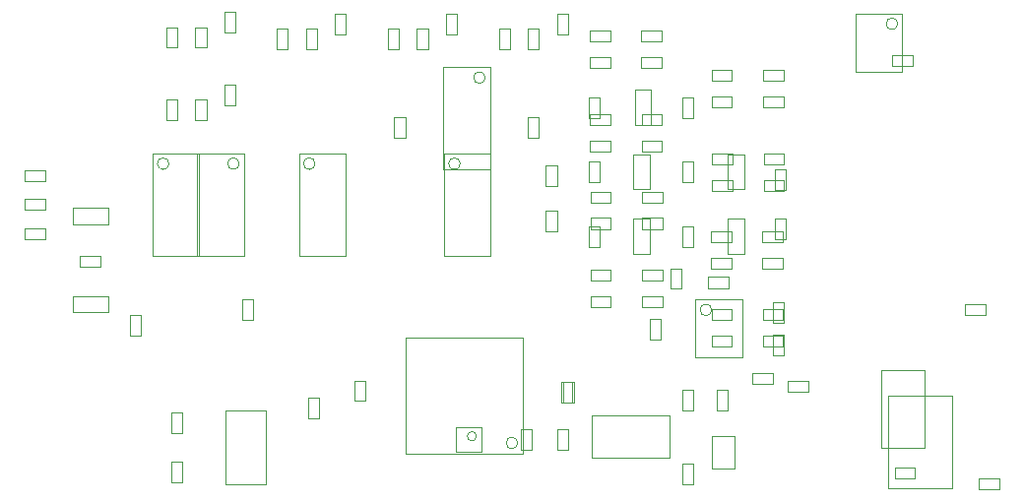
<source format=gbr>
%TF.GenerationSoftware,Altium Limited,Altium Designer,19.1.8 (144)*%
G04 Layer_Color=16711935*
%FSLAX26Y26*%
%MOIN*%
%TF.FileFunction,Other,Mechanical_13*%
%TF.Part,Single*%
G01*
G75*
%TA.AperFunction,NonConductor*%
%ADD75C,0.003937*%
D75*
X1279527Y1130906D02*
G03*
X1279527Y1130906I-19685J0D01*
G01*
X2112205Y1422244D02*
G03*
X2112205Y1422244I-19685J0D01*
G01*
X2082677Y207677D02*
G03*
X2082677Y207677I-15748J0D01*
G01*
X3508858Y1604331D02*
G03*
X3508858Y1604331I-19685J0D01*
G01*
X1536417Y1130906D02*
G03*
X1536417Y1130906I-19685J0D01*
G01*
X1041578D02*
G03*
X1041578Y1130906I-19685J0D01*
G01*
X2878937Y635827D02*
G03*
X2878937Y635827I-19685J0D01*
G01*
X2222441Y185039D02*
G03*
X2222441Y185039I-19685J0D01*
G01*
X2027559Y1130906D02*
G03*
X2027559Y1130906I-19685J0D01*
G01*
X2375000Y390748D02*
X2412402D01*
X2375000Y321850D02*
X2412402D01*
X2375000D02*
Y390748D01*
X2412402Y321850D02*
Y390748D01*
X3137795Y358268D02*
Y395669D01*
X3206693Y358268D02*
Y395669D01*
X3137795Y358268D02*
X3206693D01*
X3137795Y395669D02*
X3206693D01*
X3499016Y63977D02*
Y101378D01*
X3567913Y63977D02*
Y101378D01*
X3499016Y63977D02*
X3567913D01*
X3499016Y101378D02*
X3567913D01*
X2355512Y162402D02*
X2392914D01*
X2355512Y231299D02*
X2392914D01*
Y162402D02*
Y231299D01*
X2355512Y162402D02*
Y231299D01*
X3736220Y618110D02*
X3805118D01*
X3736220Y655512D02*
X3805118D01*
X3736220Y618110D02*
Y655512D01*
X3805118Y618110D02*
Y655512D01*
X2317913Y1125000D02*
X2355315D01*
X2317913Y1056102D02*
X2355315D01*
X2317913D02*
Y1125000D01*
X2355315Y1056102D02*
Y1125000D01*
X2317913Y902559D02*
X2355315D01*
X2317913Y971457D02*
X2355315D01*
Y902559D02*
Y971457D01*
X2317913Y902559D02*
Y971457D01*
X2254921Y1218504D02*
X2292323D01*
X2254921Y1287402D02*
X2292323D01*
Y1218504D02*
Y1287402D01*
X2254921Y1218504D02*
Y1287402D01*
X1804134Y1218504D02*
X1841535D01*
X1804134Y1287402D02*
X1841535D01*
Y1218504D02*
Y1287402D01*
X1804134Y1218504D02*
Y1287402D01*
X2233268Y162401D02*
X2270669D01*
X2233268Y231299D02*
X2270669D01*
Y162401D02*
Y231299D01*
X2233268Y162401D02*
Y231299D01*
X1295276Y819882D02*
Y1166339D01*
X1137795Y819882D02*
Y1166339D01*
X1295276D01*
X1137795Y819882D02*
X1295276D01*
X2127953Y1111220D02*
Y1457677D01*
X1970472Y1111220D02*
Y1457677D01*
X2127953D01*
X1970472Y1111220D02*
X2127953D01*
X3453740Y168307D02*
Y432087D01*
X3599410Y168307D02*
Y432087D01*
X3453740Y168307D02*
X3599410D01*
X3453740Y432087D02*
X3599410D01*
X2098425Y156496D02*
Y239173D01*
X2011811Y156496D02*
Y239173D01*
X2098425D01*
X2011811Y156496D02*
X2098425D01*
X3367126Y1442913D02*
X3524606D01*
X3367126Y1639764D02*
X3524606D01*
X3367126Y1442913D02*
Y1639764D01*
X3524606Y1442913D02*
Y1639764D01*
X554134Y1109252D02*
X623031D01*
X554134Y1071851D02*
X623031D01*
X554134D02*
Y1109252D01*
X623031Y1071851D02*
Y1109252D01*
X2668307Y536417D02*
Y605315D01*
X2705709Y536417D02*
Y605315D01*
X2668307Y536417D02*
X2705709D01*
X2668307Y605315D02*
X2705709D01*
X3015748Y385827D02*
X3084646D01*
X3015748Y423228D02*
X3084646D01*
Y385827D02*
Y423228D01*
X3015748Y385827D02*
Y423228D01*
X1669201Y327756D02*
Y396654D01*
X1706602Y327756D02*
Y396654D01*
X1669201Y327756D02*
X1706602D01*
X1669201Y396654D02*
X1706602D01*
X1085630Y219488D02*
Y288386D01*
X1048228Y219488D02*
Y288386D01*
X1085630D01*
X1048228Y219488D02*
X1085630D01*
X2368110Y321850D02*
Y390748D01*
X2405512Y321850D02*
Y390748D01*
X2368110Y321850D02*
X2405512D01*
X2368110Y390748D02*
X2405512D01*
X3782480Y64961D02*
X3851378D01*
X3782480Y27559D02*
X3851378D01*
X3782480D02*
Y64961D01*
X3851378Y27559D02*
Y64961D01*
X1069867Y1278543D02*
Y1347441D01*
X1032466Y1278543D02*
Y1347441D01*
X1069867D01*
X1032466Y1278543D02*
X1069867D01*
X2195821Y1518701D02*
Y1587598D01*
X2158420Y1518701D02*
Y1587598D01*
X2195821D01*
X2158420Y1518701D02*
X2195821D01*
X1443868D02*
Y1587598D01*
X1406466Y1518701D02*
Y1587598D01*
X1443868D01*
X1406466Y1518701D02*
X1443868D01*
X1069867Y1523622D02*
Y1592520D01*
X1032466Y1523622D02*
Y1592520D01*
X1069867D01*
X1032466Y1523622D02*
X1069867D01*
X1819579Y1518451D02*
Y1587349D01*
X1782178Y1518451D02*
Y1587349D01*
X1819579D01*
X1782178Y1518451D02*
X1819579D01*
X2817913Y45276D02*
Y114173D01*
X2780512Y45276D02*
Y114173D01*
X2817913D01*
X2780512Y45276D02*
X2817913D01*
X2816929Y295276D02*
Y364173D01*
X2779528Y295276D02*
Y364173D01*
X2816929D01*
X2779528Y295276D02*
X2816929D01*
X2879921Y207677D02*
X2954724D01*
X2879921Y97441D02*
X2954724D01*
Y207677D01*
X2879921Y97441D02*
Y207677D01*
X3477559Y345079D02*
X3691732D01*
X3477559Y30906D02*
X3691732D01*
Y345079D01*
X3477559Y30906D02*
Y345079D01*
X1288386Y603346D02*
X1325787D01*
X1288386Y672244D02*
X1325787D01*
X1288386Y603346D02*
Y672244D01*
X1325787Y603346D02*
Y672244D01*
X2618110Y1261024D02*
Y1380709D01*
X2673228Y1261024D02*
Y1380709D01*
X2618110D02*
X2673228D01*
X2618110Y1261024D02*
X2673228D01*
X2933071Y824016D02*
Y943701D01*
X2988189Y824016D02*
Y943701D01*
X2933071D02*
X2988189D01*
X2933071Y824016D02*
X2988189D01*
X2933071Y1043504D02*
Y1163189D01*
X2988189Y1043504D02*
Y1163189D01*
X2933071D02*
X2988189D01*
X2933071Y1043504D02*
X2988189D01*
X2614263Y824016D02*
Y943701D01*
X2669381Y824016D02*
Y943701D01*
X2614263D02*
X2669381D01*
X2614263Y824016D02*
X2669381D01*
X2614173Y1043504D02*
Y1163189D01*
X2669291Y1043504D02*
Y1163189D01*
X2614173D02*
X2669291D01*
X2614173Y1043504D02*
X2669291D01*
X715748Y626968D02*
X835433D01*
X715748Y682087D02*
X835433D01*
X715748Y626968D02*
Y682087D01*
X835433Y626968D02*
Y682087D01*
X715748Y925216D02*
X835433D01*
X715748Y980335D02*
X835433D01*
X715748Y925216D02*
Y980335D01*
X835433Y925216D02*
Y980335D01*
X2817913Y849409D02*
Y918307D01*
X2780512Y849409D02*
Y918307D01*
X2817913D01*
X2780512Y849409D02*
X2817913D01*
Y1068898D02*
Y1137795D01*
X2780512Y1068898D02*
Y1137795D01*
X2817913D01*
X2780512Y1068898D02*
X2817913D01*
X2499016Y849409D02*
Y918307D01*
X2461614Y849409D02*
Y918307D01*
X2499016D01*
X2461614Y849409D02*
X2499016D01*
Y1068898D02*
Y1137795D01*
X2461614Y1068898D02*
Y1137795D01*
X2499016D01*
X2461614Y1068898D02*
X2499016D01*
X3128937Y875000D02*
Y943898D01*
X3091535Y875000D02*
Y943898D01*
X3128937D01*
X3091535Y875000D02*
X3128937D01*
X3091535Y1043307D02*
Y1112205D01*
X3128937Y1043307D02*
Y1112205D01*
X3091535Y1043307D02*
X3128937D01*
X3091535Y1112205D02*
X3128937D01*
X554134Y875000D02*
X623031D01*
X554134Y912402D02*
X623031D01*
Y875000D02*
Y912402D01*
X554134Y875000D02*
Y912402D01*
X554134Y1010827D02*
X623032D01*
X554134Y973425D02*
X623032D01*
X554134D02*
Y1010827D01*
X623032Y973425D02*
Y1010827D01*
X947835Y549992D02*
Y618890D01*
X910433Y549992D02*
Y618890D01*
X947835D01*
X910433Y549992D02*
X947835D01*
X741142Y817913D02*
X810039D01*
X741142Y780512D02*
X810039D01*
X741142D02*
Y817913D01*
X810039Y780512D02*
Y817913D01*
X3123937Y483108D02*
Y552005D01*
X3086535Y483108D02*
Y552005D01*
X3123937D01*
X3086535Y483108D02*
X3123937D01*
X3086535Y591839D02*
Y660737D01*
X3123937Y591839D02*
Y660737D01*
X3086535Y591839D02*
X3123937D01*
X3086535Y660737D02*
X3123937D01*
X2867126Y747047D02*
X2936024D01*
X2867126Y709646D02*
X2936024D01*
X2867126D02*
Y747047D01*
X2936024Y709646D02*
Y747047D01*
X1550197Y269685D02*
Y338583D01*
X1512795Y269685D02*
Y338583D01*
X1550197D01*
X1512795Y269685D02*
X1550197D01*
X1085630Y52165D02*
Y121063D01*
X1048228Y52165D02*
Y121063D01*
X1085630D01*
X1048228Y52165D02*
X1085630D01*
X2779528Y1286417D02*
Y1355315D01*
X2816929Y1286417D02*
Y1355315D01*
X2779528Y1286417D02*
X2816929D01*
X2779528Y1355315D02*
X2816929D01*
X2461614Y1286417D02*
Y1355315D01*
X2499016Y1286417D02*
Y1355315D01*
X2461614Y1286417D02*
X2499016D01*
X2461614Y1355315D02*
X2499016D01*
X2775354Y707677D02*
Y776575D01*
X2737953Y707677D02*
Y776575D01*
X2775354D01*
X2737953Y707677D02*
X2775354D01*
X3489173Y1499016D02*
X3558071D01*
X3489173Y1461614D02*
X3558071D01*
X3489173D02*
Y1499016D01*
X3558071Y1461614D02*
Y1499016D01*
X2894685Y296260D02*
Y365158D01*
X2932087Y296260D02*
Y365158D01*
X2894685Y296260D02*
X2932087D01*
X2894685Y365158D02*
X2932087D01*
X1229316Y1329724D02*
Y1398622D01*
X1266717Y1329724D02*
Y1398622D01*
X1229316Y1329724D02*
X1266717D01*
X1229316Y1398622D02*
X1266717D01*
X2355270Y1569882D02*
Y1638780D01*
X2392672Y1569882D02*
Y1638780D01*
X2355270Y1569882D02*
X2392672D01*
X2355270Y1638780D02*
X2392672D01*
X1130890Y1278543D02*
Y1347441D01*
X1168292Y1278543D02*
Y1347441D01*
X1130890Y1278543D02*
X1168292D01*
X1130890Y1347441D02*
X1168292D01*
X2256845Y1518701D02*
Y1587599D01*
X2294246Y1518701D02*
Y1587599D01*
X2256845Y1518701D02*
X2294246D01*
X2256845Y1587599D02*
X2294246D01*
X1603316Y1569882D02*
Y1638780D01*
X1640718Y1569882D02*
Y1638780D01*
X1603316Y1569882D02*
X1640718D01*
X1603316Y1638780D02*
X1640718D01*
X1504891Y1518701D02*
Y1587599D01*
X1542293Y1518701D02*
Y1587599D01*
X1504891Y1518701D02*
X1542293D01*
X1504891Y1587599D02*
X1542293D01*
X1229316Y1574803D02*
Y1643701D01*
X1266717Y1574803D02*
Y1643701D01*
X1229316Y1574803D02*
X1266717D01*
X1229316Y1643701D02*
X1266717D01*
X1979028Y1569632D02*
Y1638530D01*
X2016429Y1569632D02*
Y1638530D01*
X1979028Y1569632D02*
X2016429D01*
X1979028Y1638530D02*
X2016429D01*
X1130890Y1523622D02*
Y1592520D01*
X1168292Y1523622D02*
Y1592520D01*
X1130890Y1523622D02*
X1168292D01*
X1130890Y1592520D02*
X1168292D01*
X1880602Y1518451D02*
Y1587349D01*
X1918004Y1518451D02*
Y1587349D01*
X1880602Y1518451D02*
X1918004D01*
X1880602Y1587349D02*
X1918004D01*
X1481299Y819882D02*
X1638780D01*
X1481299Y1166339D02*
X1638780D01*
Y819882D02*
Y1166339D01*
X1481299Y819882D02*
Y1166339D01*
X986460Y819882D02*
X1143941D01*
X986460Y1166339D02*
X1143941D01*
Y819882D02*
Y1166339D01*
X986460Y819882D02*
Y1166339D01*
X2823819Y474409D02*
Y671260D01*
X2981299Y474409D02*
Y671260D01*
X2823819D02*
X2981299D01*
X2823819Y474409D02*
X2981299D01*
X1844488Y543307D02*
X2238189D01*
X1844488Y149606D02*
X2238189D01*
X1844488D02*
Y543307D01*
X2238189Y149606D02*
Y543307D01*
X1972441Y819882D02*
X2129921D01*
X1972441Y1166339D02*
X2129921D01*
Y819882D02*
Y1166339D01*
X1972441Y819882D02*
Y1166339D01*
X2736220Y133858D02*
Y279528D01*
X2472441Y133858D02*
Y279528D01*
X2736220D01*
X2472441Y133858D02*
X2736220D01*
X1233661Y295276D02*
X1368701D01*
Y45276D02*
Y295276D01*
X1233661Y45276D02*
Y295276D01*
Y45276D02*
X1368701D01*
X2642717Y772638D02*
X2711614D01*
X2642717Y735236D02*
X2711614D01*
Y772638D01*
X2642717Y735236D02*
Y772638D01*
X2468504Y735236D02*
X2537402D01*
X2468504Y772638D02*
X2537402D01*
X2468504Y735236D02*
Y772638D01*
X2537402Y735236D02*
Y772638D01*
X2642717Y645669D02*
X2711614D01*
X2642717Y683071D02*
X2711614D01*
X2642717Y645669D02*
Y683071D01*
X2711614Y645669D02*
Y683071D01*
X2468504Y645669D02*
X2537402D01*
X2468504Y683071D02*
X2537402D01*
X2468504Y645669D02*
Y683071D01*
X2537402Y645669D02*
Y683071D01*
X3053150Y1447835D02*
X3122047D01*
X3053150Y1410433D02*
X3122047D01*
Y1447835D01*
X3053150Y1410433D02*
Y1447835D01*
X2878937Y1410433D02*
X2947835D01*
X2878937Y1447834D02*
X2947835D01*
X2878937Y1410433D02*
Y1447834D01*
X2947835Y1410433D02*
Y1447834D01*
X3053150Y1320866D02*
X3122048D01*
X3053150Y1358268D02*
X3122048D01*
X3053150Y1320866D02*
Y1358268D01*
X3122048Y1320866D02*
Y1358268D01*
X2878937Y1320866D02*
X2947835D01*
X2878937Y1358268D02*
X2947835D01*
X2878937Y1320866D02*
Y1358268D01*
X2947835Y1320866D02*
Y1358268D01*
X2642717Y1036417D02*
X2711614D01*
X2642717Y999016D02*
X2711614D01*
Y1036417D01*
X2642717Y999016D02*
Y1036417D01*
X2468504Y999016D02*
X2537402D01*
X2468504Y1036417D02*
X2537402D01*
X2468504Y999016D02*
Y1036417D01*
X2537402Y999016D02*
Y1036417D01*
X2642717Y909449D02*
X2711614D01*
X2642717Y946850D02*
X2711614D01*
X2642717Y909449D02*
Y946850D01*
X2711614Y909449D02*
Y946850D01*
X2468504Y909449D02*
X2537402D01*
X2468504Y946850D02*
X2537402D01*
X2468504Y909449D02*
Y946850D01*
X2537402Y909449D02*
Y946850D01*
X3055118Y1164370D02*
X3124016D01*
X3055118Y1126969D02*
X3124016D01*
Y1164370D01*
X3055118Y1126969D02*
Y1164370D01*
X2880905Y1126968D02*
X2949803D01*
X2880905Y1164370D02*
X2949803D01*
X2880905Y1126968D02*
Y1164370D01*
X2949803Y1126968D02*
Y1164370D01*
X3055118Y1037402D02*
X3124016D01*
X3055118Y1074803D02*
X3124016D01*
X3055118Y1037402D02*
Y1074803D01*
X3124016Y1037402D02*
Y1074803D01*
X2880905Y1037402D02*
X2949803D01*
X2880905Y1074803D02*
X2949803D01*
X2880905Y1037402D02*
Y1074803D01*
X2949803Y1037402D02*
Y1074803D01*
X2641732Y1298228D02*
X2710630D01*
X2641732Y1260827D02*
X2710630D01*
Y1298228D01*
X2641732Y1260827D02*
Y1298228D01*
X2467520Y1260827D02*
X2536417D01*
X2467520Y1298228D02*
X2536417D01*
X2467520Y1260827D02*
Y1298228D01*
X2536417Y1260827D02*
Y1298228D01*
X2641732Y1171260D02*
X2710630D01*
X2641732Y1208661D02*
X2710630D01*
X2641732Y1171260D02*
Y1208661D01*
X2710630Y1171260D02*
Y1208661D01*
X2467520Y1171260D02*
X2536417D01*
X2467520Y1208661D02*
X2536417D01*
X2467520Y1171260D02*
Y1208661D01*
X2536417Y1171260D02*
Y1208661D01*
X2640748Y1581693D02*
X2709646D01*
X2640748Y1544292D02*
X2709646D01*
Y1581693D01*
X2640748Y1544292D02*
Y1581693D01*
X2466535Y1544291D02*
X2535433D01*
X2466535Y1581693D02*
X2535433D01*
X2466535Y1544291D02*
Y1581693D01*
X2535433Y1544291D02*
Y1581693D01*
X2640748Y1454725D02*
X2709646D01*
X2640748Y1492126D02*
X2709646D01*
X2640748Y1454725D02*
Y1492126D01*
X2709646Y1454725D02*
Y1492126D01*
X2466535Y1454725D02*
X2535433D01*
X2466535Y1492126D02*
X2535433D01*
X2466535Y1454725D02*
Y1492126D01*
X2535433Y1454725D02*
Y1492126D01*
X3051181Y902559D02*
X3120079D01*
X3051181Y865158D02*
X3120079D01*
Y902559D01*
X3051181Y865158D02*
Y902559D01*
X2876968Y865157D02*
X2945866D01*
X2876968Y902559D02*
X2945866D01*
X2876968Y865157D02*
Y902559D01*
X2945866Y865157D02*
Y902559D01*
X3051181Y775591D02*
X3120079D01*
X3051181Y812992D02*
X3120079D01*
X3051181Y775591D02*
Y812992D01*
X3120079Y775591D02*
Y812992D01*
X2876968Y775591D02*
X2945866D01*
X2876968Y812992D02*
X2945866D01*
X2876968Y775591D02*
Y812992D01*
X2945866Y775591D02*
Y812992D01*
X2877953Y511811D02*
X2946851D01*
X2877953Y549213D02*
X2946851D01*
X2877953Y511811D02*
Y549213D01*
X2946851Y511811D02*
Y549213D01*
X2877953Y601378D02*
X2946850D01*
X2877953Y638779D02*
X2946850D01*
X2877953Y601378D02*
Y638779D01*
X2946850Y601378D02*
Y638779D01*
X3052165Y638779D02*
X3121063D01*
X3052165Y601378D02*
X3121063D01*
Y638779D01*
X3052165Y601378D02*
Y638779D01*
Y511811D02*
X3121063D01*
X3052165Y549213D02*
X3121063D01*
X3052165Y511811D02*
Y549213D01*
X3121063Y511811D02*
Y549213D01*
%TF.MD5,4812ab5c484879ca4919eb17ab6aa877*%
M02*

</source>
